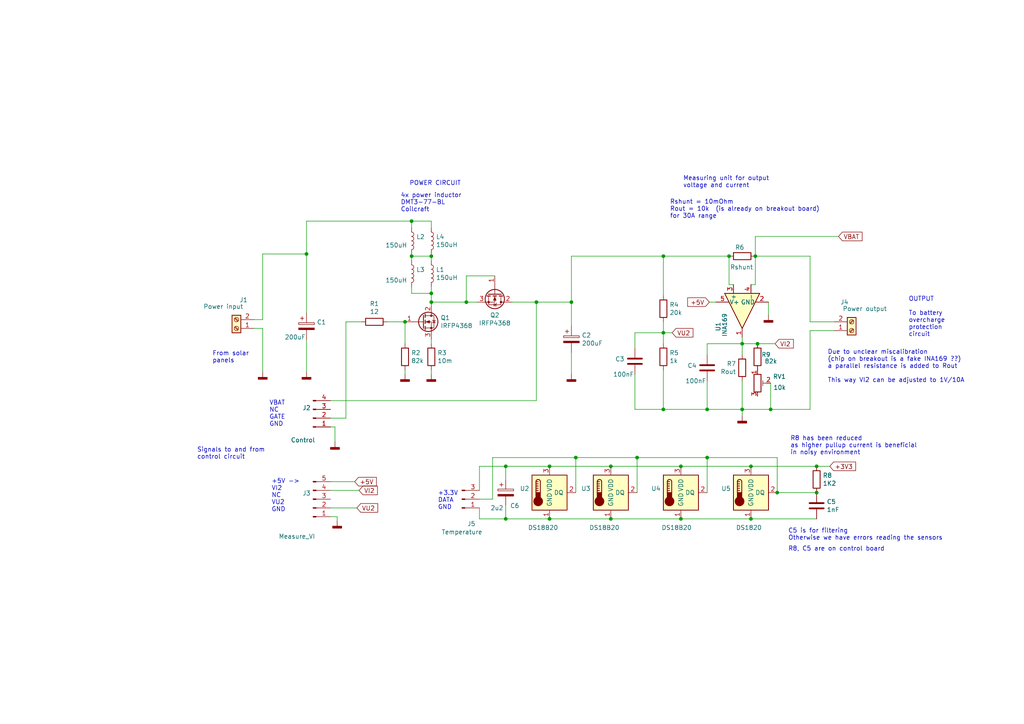
<source format=kicad_sch>
(kicad_sch (version 20230121) (generator eeschema)
  (paper "A4")
  (lib_symbols
    (symbol "Amplifier_Current:INA168" (pin_names (offset 0.127))
      (property "Reference" "U" (at 3.81 5.08 0))
      (property "Value" "INA168" (at 3.81 2.54 0))
      (symbol "INA168_0_1"
        (polyline (pts (xy -5.08 5.08) (xy 5.08 0) (xy -5.08 -5.08) (xy -5.08 5.08)) (stroke (width 0.254)) (fill (type background)))
      )
      (symbol "INA168_1_1"
        (pin output line (at 7.62 0 180) (length 2.54) (name "~") (number "1"))
        (pin power_in line (at -2.54 -7.62 90) (length 3.81) (name "GND") (number "2"))
        (pin input line (at -7.62 2.54 0) (length 2.54) (name "+") (number "3"))
        (pin input line (at -7.62 -2.54 0) (length 2.54) (name "-") (number "4"))
        (pin power_in line (at -2.54 7.62 270) (length 3.81) (name "V+") (number "5"))
      )
    )
    (symbol "Connector:Screw_Terminal_01x02" (pin_names (offset 1.016) hide)
      (property "Reference" "J" (at 0 2.54 0))
      (property "Value" "Screw_Terminal_01x02" (at 0 -5.08 0))
      (symbol "Screw_Terminal_01x02_1_1"
        (rectangle (start -1.27 1.27) (end 1.27 -3.81) (stroke (width 0.254)) (fill (type background)))
        (circle (center 0 -2.54) (radius 0.635) (stroke (width 0.1524)))
        (polyline (pts (xy -0.5334 -2.2098) (xy 0.3302 -3.048)) (stroke (width 0.1524)))
        (polyline (pts (xy -0.5334 0.3302) (xy 0.3302 -0.508)) (stroke (width 0.1524)))
        (polyline (pts (xy -0.3556 -2.032) (xy 0.508 -2.8702)) (stroke (width 0.1524)))
        (polyline (pts (xy -0.3556 0.508) (xy 0.508 -0.3302)) (stroke (width 0.1524)))
        (circle (center 0 0) (radius 0.635) (stroke (width 0.1524)))
        (pin passive line (at -5.08 0 0) (length 3.81) (name "Pin_1") (number "1"))
        (pin passive line (at -5.08 -2.54 0) (length 3.81) (name "Pin_2") (number "2"))
      )
    )
    (symbol "Device:C" (pin_numbers hide) (pin_names (offset 0.254))
      (property "Reference" "C" (at 0.635 2.54 0))
      (property "Value" "C" (at 0.635 -2.54 0))
      (symbol "C_0_1"
        (polyline (pts (xy -2.032 -0.762) (xy 2.032 -0.762)) (stroke (width 0.508)))
        (polyline (pts (xy -2.032 0.762) (xy 2.032 0.762)) (stroke (width 0.508)))
      )
      (symbol "C_1_1"
        (pin passive line (at 0 3.81 270) (length 2.794) (name "~") (number "1"))
        (pin passive line (at 0 -3.81 90) (length 2.794) (name "~") (number "2"))
      )
    )
    (symbol "Device:L" (pin_numbers hide) (pin_names (offset 1.016) hide)
      (property "Reference" "L" (at -1.27 0 90))
      (property "Value" "L" (at 1.905 0 90))
      (symbol "L_0_1"
        (arc (start 0 -2.54) (mid 0.6323 -1.905) (end 0 -1.27))
        (arc (start 0 -1.27) (mid 0.6323 -0.635) (end 0 0))
        (arc (start 0 0) (mid 0.6323 0.635) (end 0 1.27))
        (arc (start 0 1.27) (mid 0.6323 1.905) (end 0 2.54))
      )
      (symbol "L_1_1"
        (pin passive line (at 0 3.81 270) (length 1.27) (name "1") (number "1"))
        (pin passive line (at 0 -3.81 90) (length 1.27) (name "2") (number "2"))
      )
    )
    (symbol "Device:Q_NMOS_GDS" (pin_names (offset 0) hide)
      (property "Reference" "Q" (at 5.08 1.27 0))
      (property "Value" "Q_NMOS_GDS" (at 5.08 -1.27 0))
      (symbol "Q_NMOS_GDS_0_1"
        (polyline (pts (xy 0.254 0) (xy -2.54 0)))
        (polyline (pts (xy 0.254 1.905) (xy 0.254 -1.905)) (stroke (width 0.254)))
        (polyline (pts (xy 0.762 -1.27) (xy 0.762 -2.286)) (stroke (width 0.254)))
        (polyline (pts (xy 0.762 0.508) (xy 0.762 -0.508)) (stroke (width 0.254)))
        (polyline (pts (xy 0.762 2.286) (xy 0.762 1.27)) (stroke (width 0.254)))
        (polyline (pts (xy 2.54 2.54) (xy 2.54 1.778)))
        (polyline (pts (xy 2.54 -2.54) (xy 2.54 0) (xy 0.762 0)))
        (polyline (pts (xy 0.762 -1.778) (xy 3.302 -1.778) (xy 3.302 1.778) (xy 0.762 1.778)))
        (polyline (pts (xy 1.016 0) (xy 2.032 0.381) (xy 2.032 -0.381) (xy 1.016 0)) (fill (type outline)))
        (polyline (pts (xy 2.794 0.508) (xy 2.921 0.381) (xy 3.683 0.381) (xy 3.81 0.254)))
        (polyline (pts (xy 3.302 0.381) (xy 2.921 -0.254) (xy 3.683 -0.254) (xy 3.302 0.381)))
        (circle (center 1.651 0) (radius 2.794) (stroke (width 0.254)))
        (circle (center 2.54 -1.778) (radius 0.254) (fill (type outline)))
        (circle (center 2.54 1.778) (radius 0.254) (fill (type outline)))
      )
      (symbol "Q_NMOS_GDS_1_1"
        (pin input line (at -5.08 0 0) (length 2.54) (name "G") (number "1"))
        (pin passive line (at 2.54 5.08 270) (length 2.54) (name "D") (number "2"))
        (pin passive line (at 2.54 -5.08 90) (length 2.54) (name "S") (number "3"))
      )
    )
    (symbol "Device:R" (pin_numbers hide) (pin_names (offset 0))
      (property "Reference" "R" (at 2.032 0 90))
      (property "Value" "R" (at 0 0 90))
      (symbol "R_0_1"
        (rectangle (start -1.016 -2.54) (end 1.016 2.54) (stroke (width 0.254)))
      )
      (symbol "R_1_1"
        (pin passive line (at 0 3.81 270) (length 1.27) (name "~") (number "1"))
        (pin passive line (at 0 -3.81 90) (length 1.27) (name "~") (number "2"))
      )
    )
    (symbol "MPPT_05_2_powercircuit-rescue:CP-Device" (pin_numbers hide) (pin_names (offset 0.254))
      (property "Reference" "C" (at 0.635 2.54 0))
      (property "Value" "Device_CP" (at 0.635 -2.54 0))
      (symbol "CP-Device_0_1"
        (rectangle (start -2.286 0.508) (end 2.286 1.016))
        (polyline (pts (xy -1.778 2.286) (xy -0.762 2.286)))
        (polyline (pts (xy -1.27 2.794) (xy -1.27 1.778)))
        (rectangle (start 2.286 -0.508) (end -2.286 -1.016) (fill (type outline)))
      )
      (symbol "CP-Device_1_1"
        (pin passive line (at 0 3.81 270) (length 2.794) (name "~") (number "1"))
        (pin passive line (at 0 -3.81 90) (length 2.794) (name "~") (number "2"))
      )
    )
    (symbol "MPPT_05_2_powercircuit-rescue:Conn_01x03_Male-Connector" (pin_names (offset 1.016) hide)
      (property "Reference" "J" (at 0 5.08 0))
      (property "Value" "Connector_Conn_01x03_Male" (at 0 -5.08 0))
      (symbol "Conn_01x03_Male-Connector_1_1"
        (polyline (pts (xy 1.27 -2.54) (xy 0.8636 -2.54)) (stroke (width 0.1524)))
        (polyline (pts (xy 1.27 0) (xy 0.8636 0)) (stroke (width 0.1524)))
        (polyline (pts (xy 1.27 2.54) (xy 0.8636 2.54)) (stroke (width 0.1524)))
        (rectangle (start 0.8636 -2.413) (end 0 -2.667) (stroke (width 0.1524)) (fill (type outline)))
        (rectangle (start 0.8636 0.127) (end 0 -0.127) (stroke (width 0.1524)) (fill (type outline)))
        (rectangle (start 0.8636 2.667) (end 0 2.413) (stroke (width 0.1524)) (fill (type outline)))
        (pin passive line (at 5.08 2.54 180) (length 3.81) (name "Pin_1") (number "1"))
        (pin passive line (at 5.08 0 180) (length 3.81) (name "Pin_2") (number "2"))
        (pin passive line (at 5.08 -2.54 180) (length 3.81) (name "Pin_3") (number "3"))
      )
    )
    (symbol "MPPT_05_2_powercircuit-rescue:Conn_01x04_Male-Connector" (pin_names (offset 1.016) hide)
      (property "Reference" "J" (at 0 5.08 0))
      (property "Value" "Connector_Conn_01x04_Male" (at 0 -7.62 0))
      (symbol "Conn_01x04_Male-Connector_1_1"
        (polyline (pts (xy 1.27 -5.08) (xy 0.8636 -5.08)) (stroke (width 0.1524)))
        (polyline (pts (xy 1.27 -2.54) (xy 0.8636 -2.54)) (stroke (width 0.1524)))
        (polyline (pts (xy 1.27 0) (xy 0.8636 0)) (stroke (width 0.1524)))
        (polyline (pts (xy 1.27 2.54) (xy 0.8636 2.54)) (stroke (width 0.1524)))
        (rectangle (start 0.8636 -4.953) (end 0 -5.207) (stroke (width 0.1524)) (fill (type outline)))
        (rectangle (start 0.8636 -2.413) (end 0 -2.667) (stroke (width 0.1524)) (fill (type outline)))
        (rectangle (start 0.8636 0.127) (end 0 -0.127) (stroke (width 0.1524)) (fill (type outline)))
        (rectangle (start 0.8636 2.667) (end 0 2.413) (stroke (width 0.1524)) (fill (type outline)))
        (pin passive line (at 5.08 2.54 180) (length 3.81) (name "Pin_1") (number "1"))
        (pin passive line (at 5.08 0 180) (length 3.81) (name "Pin_2") (number "2"))
        (pin passive line (at 5.08 -2.54 180) (length 3.81) (name "Pin_3") (number "3"))
        (pin passive line (at 5.08 -5.08 180) (length 3.81) (name "Pin_4") (number "4"))
      )
    )
    (symbol "MPPT_05_2_powercircuit-rescue:Conn_01x05_Male-Connector" (pin_names (offset 1.016) hide)
      (property "Reference" "J" (at 0 7.62 0))
      (property "Value" "Connector_Conn_01x05_Male" (at 0 -7.62 0))
      (symbol "Conn_01x05_Male-Connector_1_1"
        (polyline (pts (xy 1.27 -5.08) (xy 0.8636 -5.08)) (stroke (width 0.1524)))
        (polyline (pts (xy 1.27 -2.54) (xy 0.8636 -2.54)) (stroke (width 0.1524)))
        (polyline (pts (xy 1.27 0) (xy 0.8636 0)) (stroke (width 0.1524)))
        (polyline (pts (xy 1.27 2.54) (xy 0.8636 2.54)) (stroke (width 0.1524)))
        (polyline (pts (xy 1.27 5.08) (xy 0.8636 5.08)) (stroke (width 0.1524)))
        (rectangle (start 0.8636 -4.953) (end 0 -5.207) (stroke (width 0.1524)) (fill (type outline)))
        (rectangle (start 0.8636 -2.413) (end 0 -2.667) (stroke (width 0.1524)) (fill (type outline)))
        (rectangle (start 0.8636 0.127) (end 0 -0.127) (stroke (width 0.1524)) (fill (type outline)))
        (rectangle (start 0.8636 2.667) (end 0 2.413) (stroke (width 0.1524)) (fill (type outline)))
        (rectangle (start 0.8636 5.207) (end 0 4.953) (stroke (width 0.1524)) (fill (type outline)))
        (pin passive line (at 5.08 5.08 180) (length 3.81) (name "Pin_1") (number "1"))
        (pin passive line (at 5.08 2.54 180) (length 3.81) (name "Pin_2") (number "2"))
        (pin passive line (at 5.08 0 180) (length 3.81) (name "Pin_3") (number "3"))
        (pin passive line (at 5.08 -2.54 180) (length 3.81) (name "Pin_4") (number "4"))
        (pin passive line (at 5.08 -5.08 180) (length 3.81) (name "Pin_5") (number "5"))
      )
    )
    (symbol "MPPT_05_2_powercircuit-rescue:DS18B20-Sensor_Temperature" (pin_names (offset 1.016))
      (property "Reference" "U" (at -3.81 6.35 0))
      (property "Value" "Sensor_Temperature_DS18B20" (at 6.35 6.35 0))
      (symbol "DS18B20-Sensor_Temperature_0_1"
        (rectangle (start -5.08 5.08) (end 5.08 -5.08) (stroke (width 0.254)) (fill (type background)))
        (circle (center -3.302 -2.54) (radius 1.27) (stroke (width 0.254)) (fill (type outline)))
        (rectangle (start -2.667 -1.905) (end -3.937 0) (stroke (width 0.254)) (fill (type outline)))
        (arc (start -2.667 3.175) (mid -3.302 3.8072) (end -3.937 3.175) (stroke (width 0.254)))
        (polyline (pts (xy -3.937 0.635) (xy -3.302 0.635)) (stroke (width 0.254)))
        (polyline (pts (xy -3.937 1.27) (xy -3.302 1.27)) (stroke (width 0.254)))
        (polyline (pts (xy -3.937 1.905) (xy -3.302 1.905)) (stroke (width 0.254)))
        (polyline (pts (xy -3.937 2.54) (xy -3.302 2.54)) (stroke (width 0.254)))
        (polyline (pts (xy -3.937 3.175) (xy -3.937 0)) (stroke (width 0.254)))
        (polyline (pts (xy -3.937 3.175) (xy -3.302 3.175)) (stroke (width 0.254)))
        (polyline (pts (xy -2.667 3.175) (xy -2.667 0)) (stroke (width 0.254)))
      )
      (symbol "DS18B20-Sensor_Temperature_1_1"
        (pin power_in line (at 0 -7.62 90) (length 2.54) (name "GND") (number "1"))
        (pin bidirectional line (at 7.62 0 180) (length 2.54) (name "DQ") (number "2"))
        (pin power_in line (at 0 7.62 270) (length 2.54) (name "VDD") (number "3"))
      )
    )
    (symbol "MPPT_05_2_powercircuit-rescue:R_POT_TRIM-Device" (pin_names (offset 1.016) hide)
      (property "Reference" "RV" (at -4.445 0 90))
      (property "Value" "Device_R_POT_TRIM" (at -2.54 0 90))
      (symbol "R_POT_TRIM-Device_0_1"
        (polyline (pts (xy 1.524 0.762) (xy 1.524 -0.762)))
        (polyline (pts (xy 2.54 0) (xy 1.524 0)))
        (rectangle (start 1.016 2.54) (end -1.016 -2.54) (stroke (width 0.254)))
      )
      (symbol "R_POT_TRIM-Device_1_1"
        (pin passive line (at 0 3.81 270) (length 1.27) (name "1") (number "1"))
        (pin passive line (at 3.81 0 180) (length 1.27) (name "2") (number "2"))
        (pin passive line (at 0 -3.81 90) (length 1.27) (name "3") (number "3"))
      )
    )
    (symbol "power:GNDD" (power) (pin_names (offset 0))
      (property "Value" "GNDD" (at 0 -3.175 0))
      (symbol "GNDD_0_1"
        (rectangle (start -1.27 -1.524) (end 1.27 -2.032) (stroke (width 0.254)) (fill (type outline)))
        (polyline (pts (xy 0 0) (xy 0 -1.524)))
      )
      (symbol "GNDD_1_1"
        (pin power_in line (at 0 0 270) (length 0) hide (name "GNDD") (number "1"))
      )
    )
  )
  (junction (at 225.425 142.875))
  (junction (at 125.095 85.09))
  (junction (at 197.485 150.495))
  (junction (at 219.71 99.695))
  (junction (at 159.385 150.495))
  (junction (at 192.405 74.295))
  (junction (at 205.105 118.745))
  (junction (at 219.075 74.295))
  (junction (at 223.52 118.745))
  (junction (at 177.165 135.255))
  (junction (at 146.685 150.495))
  (junction (at 215.265 118.745))
  (junction (at 119.38 64.135))
  (junction (at 236.855 135.255))
  (junction (at 217.805 135.255))
  (junction (at 192.405 118.745))
  (junction (at 119.38 74.295))
  (junction (at 88.9 73.66))
  (junction (at 236.855 142.875))
  (junction (at 125.095 87.63))
  (junction (at 215.265 99.695))
  (junction (at 155.575 87.63))
  (junction (at 192.405 96.52))
  (junction (at 167.005 132.715))
  (junction (at 217.805 150.495))
  (junction (at 211.455 74.295))
  (junction (at 165.735 87.63))
  (junction (at 146.685 135.255))
  (junction (at 177.165 150.495))
  (junction (at 205.105 132.715))
  (junction (at 117.475 93.345))
  (junction (at 197.485 135.255))
  (junction (at 184.785 132.715))
  (junction (at 159.385 135.255))
  (junction (at 135.255 87.63))
  (junction (at 125.095 74.295))
  (wire (pts (xy 177.165 135.255) (xy 197.485 135.255)))
  (wire (pts (xy 146.685 146.685) (xy 146.685 150.495)))
  (wire (pts (xy 217.805 135.255) (xy 236.855 135.255)))
  (wire (pts (xy 88.9 64.135) (xy 119.38 64.135)))
  (wire (pts (xy 159.385 150.495) (xy 177.165 150.495)))
  (wire (pts (xy 125.095 107.315) (xy 125.095 108.585)))
  (wire (pts (xy 155.575 116.205) (xy 155.575 87.63)))
  (wire (pts (xy 215.265 118.745) (xy 215.265 120.65)))
  (wire (pts (xy 143.51 80.01) (xy 135.255 80.01)))
  (wire (pts (xy 184.15 118.745) (xy 192.405 118.745)))
  (wire (pts (xy 165.735 74.295) (xy 192.405 74.295)))
  (wire (pts (xy 219.075 74.295) (xy 219.075 82.55)))
  (wire (pts (xy 119.38 64.135) (xy 119.38 66.04)))
  (wire (pts (xy 223.52 111.125) (xy 223.52 118.745)))
  (wire (pts (xy 215.265 118.745) (xy 205.105 118.745)))
  (wire (pts (xy 192.405 107.315) (xy 192.405 118.745)))
  (wire (pts (xy 119.38 73.66) (xy 119.38 74.295)))
  (wire (pts (xy 117.475 93.345) (xy 117.475 99.695)))
  (wire (pts (xy 119.38 74.295) (xy 125.095 74.295)))
  (wire (pts (xy 95.885 147.32) (xy 103.505 147.32)))
  (wire (pts (xy 88.9 98.425) (xy 88.9 107.95)))
  (wire (pts (xy 234.95 74.295) (xy 234.95 93.345)))
  (wire (pts (xy 88.9 90.805) (xy 88.9 73.66)))
  (wire (pts (xy 167.005 132.715) (xy 184.785 132.715)))
  (wire (pts (xy 205.74 87.63) (xy 207.645 87.63)))
  (wire (pts (xy 148.59 87.63) (xy 155.575 87.63)))
  (wire (pts (xy 192.405 85.725) (xy 192.405 74.295)))
  (wire (pts (xy 192.405 96.52) (xy 192.405 99.695)))
  (wire (pts (xy 76.2 95.25) (xy 76.2 107.95)))
  (wire (pts (xy 236.855 150.495) (xy 217.805 150.495)))
  (wire (pts (xy 95.885 149.86) (xy 97.79 149.86)))
  (wire (pts (xy 146.685 150.495) (xy 159.385 150.495)))
  (wire (pts (xy 184.15 108.585) (xy 184.15 118.745)))
  (wire (pts (xy 205.105 118.745) (xy 192.405 118.745)))
  (wire (pts (xy 215.265 110.49) (xy 215.265 118.745)))
  (wire (pts (xy 197.485 135.255) (xy 217.805 135.255)))
  (wire (pts (xy 125.095 98.425) (xy 125.095 99.695)))
  (wire (pts (xy 125.095 64.135) (xy 119.38 64.135)))
  (wire (pts (xy 167.005 132.715) (xy 167.005 142.875)))
  (wire (pts (xy 219.075 68.58) (xy 219.075 74.295)))
  (wire (pts (xy 95.885 116.205) (xy 155.575 116.205)))
  (wire (pts (xy 225.425 142.875) (xy 236.855 142.875)))
  (wire (pts (xy 215.265 97.79) (xy 215.265 99.695)))
  (wire (pts (xy 125.095 73.66) (xy 125.095 74.295)))
  (wire (pts (xy 222.885 87.63) (xy 222.885 91.44)))
  (wire (pts (xy 234.95 118.745) (xy 234.95 95.885)))
  (wire (pts (xy 165.735 94.615) (xy 165.735 87.63)))
  (wire (pts (xy 97.155 123.825) (xy 97.155 128.27)))
  (wire (pts (xy 125.095 66.04) (xy 125.095 64.135)))
  (wire (pts (xy 184.15 96.52) (xy 184.15 100.965)))
  (wire (pts (xy 95.885 123.825) (xy 97.155 123.825)))
  (wire (pts (xy 100.33 121.285) (xy 95.885 121.285)))
  (wire (pts (xy 139.065 147.32) (xy 139.065 150.495)))
  (wire (pts (xy 142.875 144.78) (xy 142.875 132.715)))
  (wire (pts (xy 165.735 74.295) (xy 165.735 87.63)))
  (wire (pts (xy 215.265 118.745) (xy 223.52 118.745)))
  (wire (pts (xy 234.95 95.885) (xy 241.935 95.885)))
  (wire (pts (xy 125.095 85.09) (xy 125.095 87.63)))
  (wire (pts (xy 155.575 87.63) (xy 165.735 87.63)))
  (wire (pts (xy 100.33 93.345) (xy 100.33 121.285)))
  (wire (pts (xy 146.685 135.255) (xy 159.385 135.255)))
  (wire (pts (xy 95.885 142.24) (xy 104.14 142.24)))
  (wire (pts (xy 192.405 96.52) (xy 184.15 96.52)))
  (wire (pts (xy 177.165 150.495) (xy 197.485 150.495)))
  (wire (pts (xy 135.255 87.63) (xy 138.43 87.63)))
  (wire (pts (xy 225.425 142.875) (xy 225.425 132.715)))
  (wire (pts (xy 205.105 132.715) (xy 184.785 132.715)))
  (wire (pts (xy 192.405 74.295) (xy 211.455 74.295)))
  (wire (pts (xy 97.79 149.86) (xy 97.79 151.13)))
  (wire (pts (xy 125.095 87.63) (xy 135.255 87.63)))
  (wire (pts (xy 76.2 73.66) (xy 88.9 73.66)))
  (wire (pts (xy 104.775 93.345) (xy 100.33 93.345)))
  (wire (pts (xy 205.105 142.875) (xy 205.105 132.715)))
  (wire (pts (xy 224.79 99.695) (xy 219.71 99.695)))
  (wire (pts (xy 219.71 99.695) (xy 215.265 99.695)))
  (wire (pts (xy 217.805 150.495) (xy 197.485 150.495)))
  (wire (pts (xy 142.875 132.715) (xy 167.005 132.715)))
  (wire (pts (xy 234.95 93.345) (xy 241.935 93.345)))
  (wire (pts (xy 139.065 150.495) (xy 146.685 150.495)))
  (wire (pts (xy 219.075 82.55) (xy 217.805 82.55)))
  (wire (pts (xy 146.685 139.065) (xy 146.685 135.255)))
  (wire (pts (xy 192.405 93.345) (xy 192.405 96.52)))
  (wire (pts (xy 215.265 99.695) (xy 215.265 102.87)))
  (wire (pts (xy 119.38 85.09) (xy 125.095 85.09)))
  (wire (pts (xy 159.385 135.255) (xy 177.165 135.255)))
  (wire (pts (xy 139.065 135.255) (xy 146.685 135.255)))
  (wire (pts (xy 219.075 74.295) (xy 234.95 74.295)))
  (wire (pts (xy 135.255 80.01) (xy 135.255 87.63)))
  (wire (pts (xy 205.105 110.49) (xy 205.105 118.745)))
  (wire (pts (xy 184.785 142.875) (xy 184.785 132.715)))
  (wire (pts (xy 211.455 74.295) (xy 211.455 82.55)))
  (wire (pts (xy 211.455 82.55) (xy 212.725 82.55)))
  (wire (pts (xy 194.945 96.52) (xy 192.405 96.52)))
  (wire (pts (xy 73.66 92.71) (xy 76.2 92.71)))
  (wire (pts (xy 88.9 73.66) (xy 88.9 64.135)))
  (wire (pts (xy 205.105 102.87) (xy 205.105 99.695)))
  (wire (pts (xy 125.095 83.185) (xy 125.095 85.09)))
  (wire (pts (xy 73.66 95.25) (xy 76.2 95.25)))
  (wire (pts (xy 95.885 139.7) (xy 102.87 139.7)))
  (wire (pts (xy 165.735 102.235) (xy 165.735 108.585)))
  (wire (pts (xy 205.105 99.695) (xy 215.265 99.695)))
  (wire (pts (xy 139.065 142.24) (xy 139.065 135.255)))
  (wire (pts (xy 119.38 83.185) (xy 119.38 85.09)))
  (wire (pts (xy 139.065 144.78) (xy 142.875 144.78)))
  (wire (pts (xy 125.095 87.63) (xy 125.095 88.265)))
  (wire (pts (xy 243.205 68.58) (xy 219.075 68.58)))
  (wire (pts (xy 117.475 107.315) (xy 117.475 108.585)))
  (wire (pts (xy 76.2 92.71) (xy 76.2 73.66)))
  (wire (pts (xy 125.095 74.295) (xy 125.095 75.565)))
  (wire (pts (xy 112.395 93.345) (xy 117.475 93.345)))
  (wire (pts (xy 223.52 118.745) (xy 234.95 118.745)))
  (wire (pts (xy 119.38 74.295) (xy 119.38 75.565)))
  (wire (pts (xy 205.105 132.715) (xy 225.425 132.715)))
  (wire (pts (xy 236.855 135.255) (xy 240.665 135.255)))
  (text "From solar \npanels\n" (at 61.595 105.41 0) (effects (font (size 1.27 1.27)) (justify left bottom)))
  (text "POWER CIRCUIT\n" (at 118.745 53.975 0) (effects (font (size 1.27 1.27)) (justify left bottom)))
  (text "Measuring unit for output\nvoltage and current" (at 198.12 54.61 0) (effects (font (size 1.27 1.27)) (justify left bottom)))
  (text "VBAT\nNC\nGATE\nGND\n" (at 78.105 123.825 0) (effects (font (size 1.27 1.27)) (justify left bottom)))
  (text "Rshunt = 10mOhm\nRout = 10k  (is already on breakout board)\nfor 30A range" (at 194.31 63.5 0) (effects (font (size 1.27 1.27)) (justify left bottom)))
  (text "+5V ->\nVI2\nNC\nVU2\nGND\n" (at 78.74 148.59 0) (effects (font (size 1.27 1.27)) (justify left bottom)))
  (text "+3.3V\nDATA\nGND\n" (at 127 147.955 0) (effects (font (size 1.27 1.27)) (justify left bottom)))
  (text "OUTPUT\n\nTo battery\novercharge \nprotection\ncircuit\n" (at 263.525 97.79 0) (effects (font (size 1.27 1.27)) (justify left bottom)))
  (text "R8, C5 are on control board\n" (at 228.6 160.02 0) (effects (font (size 1.27 1.27)) (justify left bottom)))
  (text "Signals to and from \ncontrol circuit\n" (at 57.15 133.35 0) (effects (font (size 1.27 1.27)) (justify left bottom)))
  (text "Due to unclear miscalibration\n(chip on breakout is a fake INA169 ??)\na parallel resistance is added to Rout\n\nThis way VI2 can be adjusted to 1V/10A" (at 240.03 111.125 0) (effects (font (size 1.27 1.27)) (justify left bottom)))
  (text "4x power inductor\nDMT3-77-BL\nCoilcraft" (at 116.205 61.595 0) (effects (font (size 1.27 1.27)) (justify left bottom)))
  (text "R8 has been reduced \nas higher pullup current is beneficial \nin noisy environment" (at 229.235 132.08 0) (effects (font (size 1.27 1.27)) (justify left bottom)))
  (text "C5 is for filtering\nOtherwise we have errors reading the sensors" (at 228.6 156.845 0) (effects (font (size 1.27 1.27)) (justify left bottom)))
  (global_label "VI2" (shape input) (at 224.79 99.695 0) (property "Intersheetrefs" "${INTERSHEET_REFS}" (effects hide)))
  (global_label "VU2" (shape input) (at 103.505 147.32 0) (property "Intersheetrefs" "${INTERSHEET_REFS}" (effects hide)))
  (global_label "+5V" (shape input) (at 205.74 87.63 180) (property "Intersheetrefs" "${INTERSHEET_REFS}" (effects hide)))
  (global_label "VI2" (shape input) (at 104.14 142.24 0) (property "Intersheetrefs" "${INTERSHEET_REFS}" (effects hide)))
  (global_label "VU2" (shape input) (at 194.945 96.52 0) (property "Intersheetrefs" "${INTERSHEET_REFS}" (effects hide)))
  (global_label "+3V3" (shape input) (at 240.665 135.255 0) (property "Intersheetrefs" "${INTERSHEET_REFS}" (effects hide)))
  (global_label "+5V" (shape input) (at 102.87 139.7 0) (property "Intersheetrefs" "${INTERSHEET_REFS}" (effects hide)))
  (global_label "VBAT" (shape input) (at 243.205 68.58 0) (property "Intersheetrefs" "${INTERSHEET_REFS}" (effects hide)))
  (symbol (lib_id "Amplifier_Current:INA168") (at 215.265 90.17 90) (mirror x) (unit 1)
    (property "Reference" "U1" (at 208.28 93.345 0) (effects (justify left)))
    (property "Value" "INA169" (at 210.185 90.805 0) (effects (justify left)))
    (property "Footprint" "Package_TO_SOT_SMD:SOT-23-5" (effects hide))
    (property "Datasheet" "http://www.ti.com/lit/ds/symlink/ina138.pdf" (effects hide))
  )
  (symbol (lib_id "Device:R") (at 215.265 74.295 90) (mirror x) (unit 1)
    (property "Reference" "R6" (at 215.9 71.755 90) (effects (justify left)))
    (property "Value" "Rshunt" (at 218.44 77.47 90) (effects (justify left)))
  )
  (symbol (lib_id "Device:R") (at 215.265 106.68 0) (mirror y) (unit 1)
    (property "Reference" "R7" (at 213.487 105.5116 0) (effects (justify left)))
    (property "Value" "Rout" (at 213.487 107.823 0) (effects (justify left)))
  )
  (symbol (lib_id "power:GNDD") (at 222.885 91.44 0) (mirror y) (unit 1)
    (property "Reference" "#PWR09" (effects hide))
    (property "Value" "GNDD" (effects hide))
  )
  (symbol (lib_id "power:GNDD") (at 215.265 120.65 0) (mirror y) (unit 1)
    (property "Reference" "#PWR08" (effects hide))
    (property "Value" "GNDD" (effects hide))
  )
  (symbol (lib_id "Device:R") (at 192.405 89.535 0) (unit 1)
    (property "Reference" "R4" (at 194.183 88.3666 0) (effects (justify left)))
    (property "Value" "20k" (at 194.183 90.678 0) (effects (justify left)))
  )
  (symbol (lib_id "Device:R") (at 192.405 103.505 0) (unit 1)
    (property "Reference" "R5" (at 194.183 102.3366 0) (effects (justify left)))
    (property "Value" "1k" (at 194.183 104.648 0) (effects (justify left)))
  )
  (symbol (lib_id "Device:C") (at 205.105 106.68 0) (unit 1)
    (property "Reference" "C4" (at 199.39 106.045 0) (effects (justify left)))
    (property "Value" "100nF" (at 198.755 110.49 0) (effects (justify left)))
  )
  (symbol (lib_id "Device:C") (at 184.15 104.775 0) (unit 1)
    (property "Reference" "C3" (at 178.435 104.14 0) (effects (justify left)))
    (property "Value" "100nF" (at 177.8 108.585 0) (effects (justify left)))
  )
  (symbol (lib_id "Device:Q_NMOS_GDS") (at 122.555 93.345 0) (unit 1)
    (property "Reference" "Q1" (at 127.762 92.1766 0) (effects (justify left)))
    (property "Value" "IRFP4368" (at 127.762 94.488 0) (effects (justify left)))
  )
  (symbol (lib_id "Device:R") (at 125.095 103.505 180) (unit 1)
    (property "Reference" "R3" (at 126.873 102.3366 0) (effects (justify right)))
    (property "Value" "10m" (at 126.873 104.648 0) (effects (justify right)))
  )
  (symbol (lib_id "power:GNDD") (at 125.095 108.585 0) (unit 1)
    (property "Reference" "#PWR06" (effects hide))
    (property "Value" "GNDD" (effects hide))
  )
  (symbol (lib_id "Device:L") (at 125.095 79.375 0) (unit 1)
    (property "Reference" "L1" (at 126.4412 78.2066 0) (effects (justify left)))
    (property "Value" "150uH" (at 126.4412 80.518 0) (effects (justify left)))
  )
  (symbol (lib_id "MPPT_05_2_powercircuit-rescue:CP-Device") (at 88.9 94.615 0) (unit 1)
    (property "Reference" "C1" (at 91.8972 93.4466 0) (effects (justify left)))
    (property "Value" "200uF" (at 82.55 97.79 0) (effects (justify left)))
  )
  (symbol (lib_id "power:GNDD") (at 76.2 107.95 0) (unit 1)
    (property "Reference" "#PWR01" (effects hide))
    (property "Value" "GNDD" (effects hide))
  )
  (symbol (lib_id "MPPT_05_2_powercircuit-rescue:CP-Device") (at 165.735 98.425 0) (unit 1)
    (property "Reference" "C2" (at 168.7322 97.2566 0) (effects (justify left)))
    (property "Value" "200uF" (at 168.7322 99.568 0) (effects (justify left)))
  )
  (symbol (lib_id "power:GNDD") (at 165.735 108.585 0) (unit 1)
    (property "Reference" "#PWR07" (effects hide))
    (property "Value" "GNDD" (effects hide))
  )
  (symbol (lib_id "Device:Q_NMOS_GDS") (at 143.51 85.09 270) (unit 1)
    (property "Reference" "Q2" (at 143.51 91.4146 90))
    (property "Value" "IRFP4368" (at 143.51 93.726 90))
  )
  (symbol (lib_id "MPPT_05_2_powercircuit-rescue:Conn_01x04_Male-Connector") (at 90.805 121.285 0) (mirror x) (unit 1)
    (property "Reference" "J2" (at 90.1192 118.2878 0) (effects (justify right)))
    (property "Value" "Control" (at 91.44 127.635 0) (effects (justify right)))
  )
  (symbol (lib_id "power:GNDD") (at 97.155 128.27 0) (unit 1)
    (property "Reference" "#PWR03" (effects hide))
    (property "Value" "GNDD" (effects hide))
  )
  (symbol (lib_id "Device:R") (at 117.475 103.505 0) (unit 1)
    (property "Reference" "R2" (at 119.253 102.3366 0) (effects (justify left)))
    (property "Value" "82k" (at 119.253 104.648 0) (effects (justify left)))
  )
  (symbol (lib_id "power:GNDD") (at 117.475 108.585 0) (unit 1)
    (property "Reference" "#PWR05" (effects hide))
    (property "Value" "GNDD" (effects hide))
  )
  (symbol (lib_id "Device:R") (at 108.585 93.345 270) (unit 1)
    (property "Reference" "R1" (at 108.585 88.0872 90))
    (property "Value" "12" (at 108.585 90.3986 90))
  )
  (symbol (lib_id "power:GNDD") (at 88.9 107.95 0) (unit 1)
    (property "Reference" "#PWR02" (effects hide))
    (property "Value" "GNDD" (effects hide))
  )
  (symbol (lib_id "Connector:Screw_Terminal_01x02") (at 68.58 95.25 180) (unit 1)
    (property "Reference" "J1" (at 70.6628 86.995 0))
    (property "Value" "Power input" (at 64.77 88.9 0))
  )
  (symbol (lib_id "Connector:Screw_Terminal_01x02") (at 247.015 95.885 0) (mirror x) (unit 1)
    (property "Reference" "J4" (at 244.9322 87.63 0))
    (property "Value" "Power output" (at 250.825 89.535 0))
  )
  (symbol (lib_id "MPPT_05_2_powercircuit-rescue:Conn_01x05_Male-Connector") (at 90.805 144.78 0) (mirror x) (unit 1)
    (property "Reference" "J3" (at 90.1192 143.0528 0) (effects (justify right)))
    (property "Value" "Measure_VI" (at 91.44 155.575 0) (effects (justify right)))
  )
  (symbol (lib_id "power:GNDD") (at 97.79 151.13 0) (unit 1)
    (property "Reference" "#PWR04" (effects hide))
    (property "Value" "GNDD" (effects hide))
  )
  (symbol (lib_id "MPPT_05_2_powercircuit-rescue:DS18B20-Sensor_Temperature") (at 159.385 142.875 0) (unit 1)
    (property "Reference" "U2" (at 153.543 141.7066 0) (effects (justify right)))
    (property "Value" "DS18B20" (at 161.925 153.035 0) (effects (justify right)))
    (property "Footprint" "Package_TO_SOT_THT:TO-92_Inline" (effects hide))
    (property "Datasheet" "http://datasheets.maximintegrated.com/en/ds/DS18B20.pdf" (effects hide))
  )
  (symbol (lib_id "MPPT_05_2_powercircuit-rescue:DS18B20-Sensor_Temperature") (at 177.165 142.875 0) (unit 1)
    (property "Reference" "U3" (at 171.323 141.7066 0) (effects (justify right)))
    (property "Value" "DS18B20" (at 179.705 153.035 0) (effects (justify right)))
    (property "Footprint" "Package_TO_SOT_THT:TO-92_Inline" (effects hide))
    (property "Datasheet" "http://datasheets.maximintegrated.com/en/ds/DS18B20.pdf" (effects hide))
  )
  (symbol (lib_id "MPPT_05_2_powercircuit-rescue:DS18B20-Sensor_Temperature") (at 197.485 142.875 0) (unit 1)
    (property "Reference" "U4" (at 191.643 141.7066 0) (effects (justify right)))
    (property "Value" "DS18B20" (at 200.66 153.035 0) (effects (justify right)))
    (property "Footprint" "Package_TO_SOT_THT:TO-92_Inline" (effects hide))
    (property "Datasheet" "http://datasheets.maximintegrated.com/en/ds/DS18B20.pdf" (effects hide))
  )
  (symbol (lib_id "Device:R") (at 236.855 139.065 0) (unit 1)
    (property "Reference" "R8" (at 238.633 137.8966 0) (effects (justify left)))
    (property "Value" "1K2" (at 238.633 140.208 0) (effects (justify left)))
  )
  (symbol (lib_id "MPPT_05_2_powercircuit-rescue:Conn_01x03_Male-Connector") (at 133.985 144.78 0) (mirror x) (unit 1)
    (property "Reference" "J5" (at 136.7282 151.9174 0))
    (property "Value" "Temperature" (at 133.985 154.305 0))
  )
  (symbol (lib_id "Device:L") (at 119.38 79.375 0) (unit 1)
    (property "Reference" "L3" (at 120.7262 78.2066 0) (effects (justify left)))
    (property "Value" "150uH" (at 111.76 81.28 0) (effects (justify left)))
  )
  (symbol (lib_id "Device:L") (at 119.38 69.85 0) (unit 1)
    (property "Reference" "L2" (at 120.7262 68.6816 0) (effects (justify left)))
    (property "Value" "150uH" (at 111.76 71.12 0) (effects (justify left)))
  )
  (symbol (lib_id "Device:L") (at 125.095 69.85 0) (unit 1)
    (property "Reference" "L4" (at 126.4412 68.6816 0) (effects (justify left)))
    (property "Value" "150uH" (at 126.4412 70.993 0) (effects (justify left)))
  )
  (symbol (lib_id "Device:R") (at 219.71 103.505 0) (mirror y) (unit 1)
    (property "Reference" "R9" (at 223.52 102.87 0) (effects (justify left)))
    (property "Value" "82k" (at 225.425 104.775 0) (effects (justify left)))
  )
  (symbol (lib_id "MPPT_05_2_powercircuit-rescue:R_POT_TRIM-Device") (at 219.71 111.125 0) (unit 1)
    (property "Reference" "RV1" (at 227.965 109.22 0) (effects (justify right)))
    (property "Value" "10k" (at 227.965 112.395 0) (effects (justify right)))
  )
  (symbol (lib_id "MPPT_05_2_powercircuit-rescue:CP-Device") (at 146.685 142.875 0) (unit 1)
    (property "Reference" "C6" (at 147.955 146.685 0) (effects (justify left)))
    (property "Value" "2u2" (at 142.24 147.32 0) (effects (justify left)))
  )
  (symbol (lib_id "MPPT_05_2_powercircuit-rescue:DS18B20-Sensor_Temperature") (at 217.805 142.875 0) (unit 1)
    (property "Reference" "U5" (at 211.963 141.7066 0) (effects (justify right)))
    (property "Value" "DS1820" (at 220.98 153.035 0) (effects (justify right)))
    (property "Footprint" "Package_TO_SOT_THT:TO-92_Inline" (effects hide))
    (property "Datasheet" "http://datasheets.maximintegrated.com/en/ds/DS18B20.pdf" (effects hide))
  )
  (symbol (lib_id "Device:C") (at 236.855 146.685 0) (unit 1)
    (property "Reference" "C5" (at 239.776 145.5166 0) (effects (justify left)))
    (property "Value" "1nF" (at 239.776 147.828 0) (effects (justify left)))
  )
)
</source>
